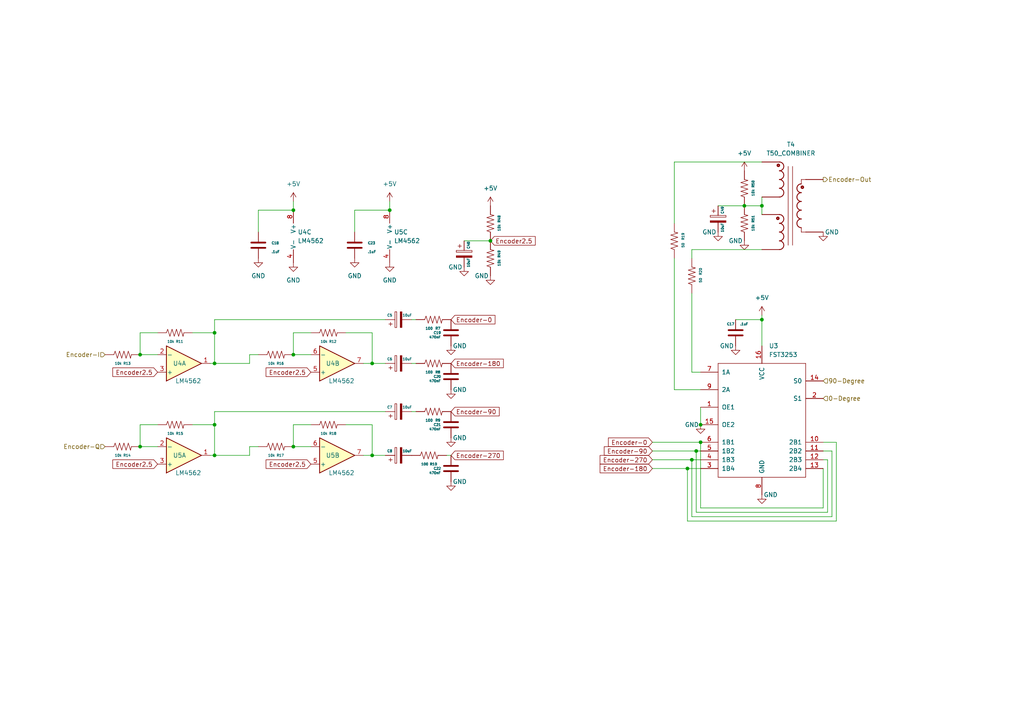
<source format=kicad_sch>
(kicad_sch (version 20230121) (generator eeschema)
  (paper "A4")
  (lib_symbols
    (symbol "Amplifier_Operational:LM358" (pin_names (offset 0.127))
      (property "Reference" "U" (at 0 5.08 0))
      (property "Value" "LM358" (at 0 -5.08 0))
      (symbol "LM358_1_1"
        (polyline (pts (xy -5.08 5.08) (xy 5.08 0) (xy -5.08 -5.08) (xy -5.08 5.08)) (stroke (width 0.254)) (fill (type background)))
        (pin output line (at 7.62 0 180) (length 2.54) (name "~") (number "1"))
        (pin input line (at -7.62 -2.54 0) (length 2.54) (name "-") (number "2"))
        (pin input line (at -7.62 2.54 0) (length 2.54) (name "+") (number "3"))
      )
      (symbol "LM358_2_1"
        (polyline (pts (xy -5.08 5.08) (xy 5.08 0) (xy -5.08 -5.08) (xy -5.08 5.08)) (stroke (width 0.254)) (fill (type background)))
        (pin input line (at -7.62 2.54 0) (length 2.54) (name "+") (number "5"))
        (pin input line (at -7.62 -2.54 0) (length 2.54) (name "-") (number "6"))
        (pin output line (at 7.62 0 180) (length 2.54) (name "~") (number "7"))
      )
      (symbol "LM358_3_1"
        (pin power_in line (at -2.54 -7.62 90) (length 3.81) (name "V-") (number "4"))
        (pin power_in line (at -2.54 7.62 270) (length 3.81) (name "V+") (number "8"))
      )
    )
    (symbol "Xenir:Cap_Polarized" (pin_names (offset 1.016))
      (property "Reference" "C" (at 0 -5.715 0))
      (property "Value" "Cap_Polarized" (at 0 1.27 0))
      (symbol "Cap_Polarized_1_1"
        (rectangle (start -0.508 -4.826) (end -1.016 -0.254))
        (polyline (pts (xy -2.794 -3.81) (xy -1.778 -3.81)))
        (polyline (pts (xy -2.286 -4.318) (xy -2.286 -3.302)))
        (rectangle (start 0.508 -0.254) (end 1.016 -4.826) (fill (type outline)))
        (pin passive line (at -3.81 -2.54 0) (length 2.794) (name "~") (number "1"))
        (pin passive line (at 3.81 -2.54 180) (length 2.794) (name "~") (number "2"))
      )
    )
    (symbol "Xenir:Capacitor" (pin_names (offset 1.016))
      (property "Reference" "C" (at 0 3.175 0))
      (property "Value" "Capacitor" (at 0 -3.175 0))
      (symbol "Capacitor_1_1"
        (polyline (pts (xy -0.762 -2.032) (xy -0.762 2.032)) (stroke (width 0.508)))
        (polyline (pts (xy 0.762 -2.032) (xy 0.762 2.032)) (stroke (width 0.508)))
        (pin passive line (at -3.81 0 0) (length 2.794) (name "~") (number "1"))
        (pin passive line (at 3.81 0 180) (length 2.794) (name "~") (number "2"))
      )
    )
    (symbol "Xenir:FST3253" (pin_names (offset 1.016))
      (property "Reference" "U" (at -2.54 -15.24 0))
      (property "Value" "FST3253" (at -11.43 -33.02 0))
      (symbol "FST3253_1_1"
        (polyline (pts (xy -24.13 -16.51) (xy -24.13 -49.53)))
        (polyline (pts (xy -24.13 -16.51) (xy 1.27 -16.51)))
        (polyline (pts (xy 1.27 -49.53) (xy -24.13 -49.53)))
        (polyline (pts (xy 1.27 -49.53) (xy 1.27 -16.51)))
        (pin bidirectional line (at -29.21 -29.21 0) (length 5.08) (name "OE1") (number "1"))
        (pin output line (at 6.35 -39.37 180) (length 5.08) (name "2B1") (number "10"))
        (pin output line (at 6.35 -41.91 180) (length 5.08) (name "2B2") (number "11"))
        (pin input line (at 6.35 -44.45 180) (length 5.08) (name "2B3") (number "12"))
        (pin input line (at 6.35 -46.99 180) (length 5.08) (name "2B4") (number "13"))
        (pin bidirectional line (at 6.35 -21.59 180) (length 5.08) (name "S0") (number "14"))
        (pin bidirectional line (at -29.21 -34.29 0) (length 5.08) (name "OE2") (number "15"))
        (pin bidirectional line (at -11.43 -11.43 270) (length 5.08) (name "VCC") (number "16"))
        (pin bidirectional line (at 6.35 -26.67 180) (length 5.08) (name "S1") (number "2"))
        (pin output line (at -29.21 -46.99 0) (length 5.08) (name "1B4") (number "3"))
        (pin output line (at -29.21 -44.45 0) (length 5.08) (name "1B3") (number "4"))
        (pin input line (at -29.21 -41.91 0) (length 5.08) (name "1B2") (number "5"))
        (pin input line (at -29.21 -39.37 0) (length 5.08) (name "1B1") (number "6"))
        (pin bidirectional line (at -29.21 -19.05 0) (length 5.08) (name "1A") (number "7"))
        (pin bidirectional line (at -11.43 -54.61 90) (length 5.08) (name "GND") (number "8"))
        (pin bidirectional line (at -29.21 -24.13 0) (length 5.08) (name "2A") (number "9"))
      )
    )
    (symbol "Xenir:Resistor" (pin_names (offset 1.016))
      (property "Reference" "R" (at 0 1.905 0))
      (property "Value" "Resistor" (at 0 -1.905 0))
      (symbol "Resistor_1_1"
        (polyline (pts (xy -2.54 0) (xy -2.159 1.016)))
        (polyline (pts (xy -2.159 1.016) (xy -1.524 -1.016)))
        (polyline (pts (xy -1.524 -1.016) (xy -0.889 1.016)))
        (polyline (pts (xy -0.889 1.016) (xy -0.254 -1.016)))
        (polyline (pts (xy -0.254 -1.016) (xy 0.381 1.016)))
        (polyline (pts (xy 0.381 1.016) (xy 1.016 -1.016)))
        (polyline (pts (xy 1.016 -1.016) (xy 1.651 1.016)))
        (polyline (pts (xy 1.651 1.016) (xy 2.286 -1.016)))
        (polyline (pts (xy 2.286 -1.016) (xy 2.54 0)))
        (pin passive line (at -5.08 0 0) (length 2.54) (name "1") (number "1"))
        (pin passive line (at 5.08 0 180) (length 2.54) (name "2") (number "2"))
      )
    )
    (symbol "Xenir:T50_SPLITTER" (pin_names (offset 1.016))
      (property "Reference" "T" (at 0 -31.75 0))
      (property "Value" "T50_SPLITTER" (at 0 -2.54 0))
      (symbol "T50_SPLITTER_1_1"
        (circle (center -2.8448 -12.3952) (radius 0.3048) (stroke (width 0.4064)))
        (arc (start -2.54 -24.13) (mid -1.2755 -22.86) (end -2.54 -21.59) (stroke (width 0.254)))
        (arc (start -2.54 -21.59) (mid -1.2755 -20.32) (end -2.54 -19.05) (stroke (width 0.254)))
        (arc (start -2.54 -19.05) (mid -1.2755 -17.78) (end -2.54 -16.51) (stroke (width 0.254)))
        (arc (start -2.54 -16.51) (mid -1.2755 -15.24) (end -2.54 -13.97) (stroke (width 0.254)))
        (arc (start -2.54 -13.97) (mid -1.2755 -12.7) (end -2.54 -11.43) (stroke (width 0.254)))
        (polyline (pts (xy -3.81 -25.4) (xy -2.54 -25.4)))
        (polyline (pts (xy -2.54 -25.4) (xy -2.54 -24.13)))
        (polyline (pts (xy -2.54 -11.43) (xy -2.54 -10.16)))
        (polyline (pts (xy -2.54 -10.16) (xy -3.81 -10.16)))
        (polyline (pts (xy 0 -6.35) (xy 0 -29.21)))
        (polyline (pts (xy 1.27 -29.21) (xy 1.27 -6.35)))
        (arc (start 3.81 -27.94) (mid 2.5455 -29.21) (end 3.81 -30.48) (stroke (width 0.254)))
        (arc (start 3.81 -25.4) (mid 2.5455 -26.67) (end 3.81 -27.94) (stroke (width 0.254)))
        (arc (start 3.81 -22.86) (mid 2.5455 -24.13) (end 3.81 -25.4) (stroke (width 0.254)))
        (arc (start 3.81 -20.32) (mid 2.5455 -21.59) (end 3.81 -22.86) (stroke (width 0.254)))
        (arc (start 3.81 -12.7) (mid 2.5455 -13.97) (end 3.81 -15.24) (stroke (width 0.254)))
        (arc (start 3.81 -10.16) (mid 2.5455 -11.43) (end 3.81 -12.7) (stroke (width 0.254)))
        (arc (start 3.81 -7.62) (mid 2.5455 -8.89) (end 3.81 -10.16) (stroke (width 0.254)))
        (arc (start 3.81 -5.08) (mid 2.5455 -6.35) (end 3.81 -7.62) (stroke (width 0.254)))
        (circle (center 4.1148 -6.0452) (radius 0.3048) (stroke (width 0.4064)))
        (circle (center 4.2672 -21.4122) (radius 0.3048) (stroke (width 0.4064)))
        (pin bidirectional line (at -8.89 -25.4 0) (length 5.08) (name "C1A") (number "C1A"))
        (pin bidirectional line (at -8.89 -10.16 0) (length 5.08) (name "C1B") (number "C1B"))
        (pin bidirectional line (at 8.89 -15.24 180) (length 5.08) (name "C2A") (number "C2A"))
        (pin bidirectional line (at 8.89 -5.08 180) (length 5.08) (name "C2B") (number "C2B"))
        (pin bidirectional line (at 8.89 -30.48 180) (length 5.08) (name "C3A") (number "C3A"))
        (pin bidirectional line (at 8.89 -20.32 180) (length 5.08) (name "C3B") (number "C3B"))
      )
    )
    (symbol "power:+5V" (power) (pin_names (offset 0))
      (property "Value" "+5V" (at 0 3.556 0))
      (symbol "+5V_0_1"
        (polyline (pts (xy -0.762 1.27) (xy 0 2.54)))
        (polyline (pts (xy 0 0) (xy 0 2.54)))
        (polyline (pts (xy 0 2.54) (xy 0.762 1.27)))
      )
      (symbol "+5V_1_1"
        (pin power_in line (at 0 0 90) (length 0) hide (name "+5V") (number "1"))
      )
    )
    (symbol "power:GND" (power) (pin_names (offset 0))
      (property "Value" "GND" (at 0 -3.81 0))
      (symbol "GND_0_1"
        (polyline (pts (xy 0 0) (xy 0 -1.27) (xy 1.27 -1.27) (xy 0 -2.54) (xy -1.27 -1.27) (xy 0 -1.27)))
      )
      (symbol "GND_1_1"
        (pin power_in line (at 0 0 270) (length 0) hide (name "GND") (number "1"))
      )
    )
  )
  (junction (at 220.98 59.69))
  (junction (at 142.24 69.85))
  (junction (at 199.39 135.89))
  (junction (at 201.93 130.81))
  (junction (at 85.09 129.54))
  (junction (at 220.98 92.71))
  (junction (at 203.2 123.19))
  (junction (at 62.23 123.19))
  (junction (at 200.66 133.35))
  (junction (at 203.2 128.27))
  (junction (at 40.64 129.54))
  (junction (at 62.23 105.41))
  (junction (at 107.95 105.41))
  (junction (at 62.23 132.08))
  (junction (at 107.95 132.08))
  (junction (at 215.9 59.69))
  (junction (at 85.09 102.87))
  (junction (at 62.23 96.52))
  (junction (at 113.03 60.96))
  (junction (at 40.64 102.87))
  (junction (at 85.09 60.96))
  (wire (pts (xy 107.95 105.41) (xy 107.95 96.52)))
  (wire (pts (xy 208.28 59.69) (xy 215.9 59.69)))
  (wire (pts (xy 203.2 118.11) (xy 203.2 123.19)))
  (wire (pts (xy 85.09 129.54) (xy 90.17 129.54)))
  (wire (pts (xy 102.87 67.31) (xy 102.87 60.96)))
  (wire (pts (xy 189.23 128.27) (xy 203.2 128.27)))
  (wire (pts (xy 134.62 69.85) (xy 142.24 69.85)))
  (wire (pts (xy 85.09 96.52) (xy 85.09 102.87)))
  (wire (pts (xy 220.98 59.69) (xy 220.98 62.23)))
  (wire (pts (xy 200.66 149.86) (xy 200.66 133.35)))
  (wire (pts (xy 85.09 96.52) (xy 90.17 96.52)))
  (wire (pts (xy 100.33 96.52) (xy 107.95 96.52)))
  (wire (pts (xy 203.2 128.27) (xy 203.2 147.32)))
  (wire (pts (xy 62.23 92.71) (xy 62.23 96.52)))
  (wire (pts (xy 62.23 132.08) (xy 60.96 132.08)))
  (wire (pts (xy 72.39 132.08) (xy 72.39 129.54)))
  (wire (pts (xy 200.66 72.39) (xy 220.98 72.39)))
  (wire (pts (xy 72.39 105.41) (xy 72.39 102.87)))
  (wire (pts (xy 203.2 107.95) (xy 200.66 107.95)))
  (wire (pts (xy 45.72 123.19) (xy 40.64 123.19)))
  (wire (pts (xy 189.23 130.81) (xy 201.93 130.81)))
  (wire (pts (xy 85.09 58.42) (xy 85.09 60.96)))
  (wire (pts (xy 40.64 96.52) (xy 40.64 102.87)))
  (wire (pts (xy 111.76 92.71) (xy 62.23 92.71)))
  (wire (pts (xy 238.76 135.89) (xy 238.76 147.32)))
  (wire (pts (xy 199.39 135.89) (xy 203.2 135.89)))
  (wire (pts (xy 85.09 123.19) (xy 90.17 123.19)))
  (wire (pts (xy 55.88 96.52) (xy 62.23 96.52)))
  (wire (pts (xy 119.38 105.41) (xy 120.65 105.41)))
  (wire (pts (xy 107.95 132.08) (xy 111.76 132.08)))
  (wire (pts (xy 203.2 113.03) (xy 195.58 113.03)))
  (wire (pts (xy 40.64 123.19) (xy 40.64 129.54)))
  (wire (pts (xy 120.65 119.38) (xy 119.38 119.38)))
  (wire (pts (xy 220.98 91.44) (xy 220.98 92.71)))
  (wire (pts (xy 40.64 129.54) (xy 45.72 129.54)))
  (wire (pts (xy 72.39 105.41) (xy 62.23 105.41)))
  (wire (pts (xy 62.23 105.41) (xy 60.96 105.41)))
  (wire (pts (xy 200.66 107.95) (xy 200.66 85.09)))
  (wire (pts (xy 201.93 130.81) (xy 203.2 130.81)))
  (wire (pts (xy 129.54 132.08) (xy 130.81 132.08)))
  (wire (pts (xy 238.76 128.27) (xy 242.57 128.27)))
  (wire (pts (xy 74.93 60.96) (xy 85.09 60.96)))
  (wire (pts (xy 189.23 135.89) (xy 199.39 135.89)))
  (wire (pts (xy 107.95 105.41) (xy 105.41 105.41)))
  (wire (pts (xy 107.95 132.08) (xy 105.41 132.08)))
  (wire (pts (xy 62.23 96.52) (xy 62.23 105.41)))
  (wire (pts (xy 195.58 64.77) (xy 195.58 46.99)))
  (wire (pts (xy 85.09 123.19) (xy 85.09 129.54)))
  (wire (pts (xy 242.57 151.13) (xy 199.39 151.13)))
  (wire (pts (xy 220.98 92.71) (xy 220.98 100.33)))
  (wire (pts (xy 55.88 123.19) (xy 62.23 123.19)))
  (wire (pts (xy 189.23 133.35) (xy 200.66 133.35)))
  (wire (pts (xy 213.36 92.71) (xy 220.98 92.71)))
  (wire (pts (xy 220.98 57.15) (xy 220.98 59.69)))
  (wire (pts (xy 201.93 148.59) (xy 201.93 130.81)))
  (wire (pts (xy 238.76 130.81) (xy 241.3 130.81)))
  (wire (pts (xy 62.23 119.38) (xy 62.23 123.19)))
  (wire (pts (xy 220.98 59.69) (xy 215.9 59.69)))
  (wire (pts (xy 200.66 74.93) (xy 200.66 72.39)))
  (wire (pts (xy 238.76 133.35) (xy 240.03 133.35)))
  (wire (pts (xy 199.39 151.13) (xy 199.39 135.89)))
  (wire (pts (xy 120.65 92.71) (xy 119.38 92.71)))
  (wire (pts (xy 238.76 147.32) (xy 203.2 147.32)))
  (wire (pts (xy 107.95 132.08) (xy 107.95 123.19)))
  (wire (pts (xy 100.33 123.19) (xy 107.95 123.19)))
  (wire (pts (xy 195.58 113.03) (xy 195.58 74.93)))
  (wire (pts (xy 111.76 119.38) (xy 62.23 119.38)))
  (wire (pts (xy 62.23 123.19) (xy 62.23 132.08)))
  (wire (pts (xy 240.03 133.35) (xy 240.03 148.59)))
  (wire (pts (xy 40.64 102.87) (xy 45.72 102.87)))
  (wire (pts (xy 242.57 128.27) (xy 242.57 151.13)))
  (wire (pts (xy 200.66 133.35) (xy 203.2 133.35)))
  (wire (pts (xy 195.58 46.99) (xy 220.98 46.99)))
  (wire (pts (xy 241.3 130.81) (xy 241.3 149.86)))
  (wire (pts (xy 102.87 60.96) (xy 113.03 60.96)))
  (wire (pts (xy 240.03 148.59) (xy 201.93 148.59)))
  (wire (pts (xy 72.39 102.87) (xy 74.93 102.87)))
  (wire (pts (xy 241.3 149.86) (xy 200.66 149.86)))
  (wire (pts (xy 45.72 96.52) (xy 40.64 96.52)))
  (wire (pts (xy 74.93 67.31) (xy 74.93 60.96)))
  (wire (pts (xy 72.39 129.54) (xy 74.93 129.54)))
  (wire (pts (xy 85.09 102.87) (xy 90.17 102.87)))
  (wire (pts (xy 72.39 132.08) (xy 62.23 132.08)))
  (wire (pts (xy 113.03 58.42) (xy 113.03 60.96)))
  (wire (pts (xy 107.95 105.41) (xy 111.76 105.41)))
  (global_label "Encoder-0" (shape input) (at 189.23 128.27 180) (property "Intersheetrefs" "${INTERSHEET_REFS}" (effects hide)))
  (global_label "Encoder-180" (shape input) (at 130.81 105.41 0) (property "Intersheetrefs" "${INTERSHEET_REFS}" (effects hide)))
  (global_label "Encoder-90" (shape input) (at 189.23 130.81 180) (property "Intersheetrefs" "${INTERSHEET_REFS}" (effects hide)))
  (global_label "Encoder-270" (shape input) (at 130.81 132.08 0) (property "Intersheetrefs" "${INTERSHEET_REFS}" (effects hide)))
  (global_label "Encoder-180" (shape input) (at 189.23 135.89 180) (property "Intersheetrefs" "${INTERSHEET_REFS}" (effects hide)))
  (global_label "Encoder-0" (shape input) (at 130.81 92.71 0) (property "Intersheetrefs" "${INTERSHEET_REFS}" (effects hide)))
  (global_label "Encoder2.5" (shape input) (at 45.72 107.95 180) (property "Intersheetrefs" "${INTERSHEET_REFS}" (effects hide)))
  (global_label "Encoder2.5" (shape input) (at 142.24 69.85 0) (property "Intersheetrefs" "${INTERSHEET_REFS}" (effects hide)))
  (global_label "Encoder2.5" (shape input) (at 90.17 134.62 180) (property "Intersheetrefs" "${INTERSHEET_REFS}" (effects hide)))
  (global_label "Encoder-270" (shape input) (at 189.23 133.35 180) (property "Intersheetrefs" "${INTERSHEET_REFS}" (effects hide)))
  (global_label "Encoder2.5" (shape input) (at 90.17 107.95 180) (property "Intersheetrefs" "${INTERSHEET_REFS}" (effects hide)))
  (global_label "Encoder2.5" (shape input) (at 45.72 134.62 180) (property "Intersheetrefs" "${INTERSHEET_REFS}" (effects hide)))
  (global_label "Encoder-90" (shape input) (at 130.81 119.38 0) (property "Intersheetrefs" "${INTERSHEET_REFS}" (effects hide)))
  (hierarchical_label "Encoder-Out" (shape output) (at 238.76 52.07 0))
  (hierarchical_label "Encoder-I" (shape input) (at 30.48 102.87 180))
  (hierarchical_label "90-Degree" (shape input) (at 238.76 110.49 0))
  (hierarchical_label "0-Degree" (shape input) (at 238.76 115.57 0))
  (hierarchical_label "Encoder-Q" (shape input) (at 30.48 129.54 180))
  (symbol (lib_id "power:+5V") (at 142.24 59.69 0) (unit 1)
    (property "Reference" "#PWR0204" (effects hide))
    (property "Value" "+5V" (at 142.24 54.61 0))
  )
  (symbol (lib_id "power:GND") (at 213.36 100.33 0) (unit 1)
    (property "Reference" "#PWR0123" (effects hide))
    (property "Value" "GND" (at 210.82 100.33 0))
  )
  (symbol (lib_id "Xenir:Resistor") (at 50.8 123.19 0) (unit 1)
    (property "Reference" "R15" (at 52.07 125.73 0) (effects (font (size 0.7112 0.7112))))
    (property "Value" "10k" (at 49.53 125.73 0) (effects (font (size 0.7112 0.7112))))
    (property "Footprint" "Resistor_SMD:R_0805_2012Metric" (effects hide))
  )
  (symbol (lib_id "Xenir:Resistor") (at 215.9 64.77 90) (unit 1)
    (property "Reference" "R51" (at 218.44 63.5 0) (effects (font (size 0.7112 0.7112))))
    (property "Value" "10k" (at 218.44 66.04 0) (effects (font (size 0.7112 0.7112))))
    (property "Footprint" "Resistor_SMD:R_0805_2012Metric" (effects hide))
  )
  (symbol (lib_id "Xenir:Cap_Polarized") (at 115.57 90.17 0) (unit 1)
    (property "Reference" "C5" (at 113.03 91.44 0) (effects (font (size 0.7112 0.7112))))
    (property "Value" "10uF" (at 118.11 91.44 0) (effects (font (size 0.7112 0.7112))))
    (property "Footprint" "Capacitor_SMD:CP_Elec_4x4.5" (effects hide))
  )
  (symbol (lib_id "Xenir:Cap_Polarized") (at 137.16 73.66 270) (unit 1)
    (property "Reference" "C48" (at 135.89 71.12 0) (effects (font (size 0.7112 0.7112))))
    (property "Value" "10uF" (at 135.89 76.2 0) (effects (font (size 0.7112 0.7112))))
    (property "Footprint" "Capacitor_SMD:CP_Elec_4x4.5" (effects hide))
  )
  (symbol (lib_id "Xenir:Resistor") (at 125.73 92.71 0) (unit 1)
    (property "Reference" "R7" (at 127 95.25 0) (effects (font (size 0.7112 0.7112))))
    (property "Value" "100" (at 124.46 95.25 0) (effects (font (size 0.7112 0.7112))))
    (property "Footprint" "Resistor_SMD:R_0805_2012Metric" (effects hide))
  )
  (symbol (lib_id "Xenir:FST3253") (at 232.41 88.9 0) (unit 1)
    (property "Reference" "U3" (at 222.9994 100.33 0) (effects (justify left)))
    (property "Value" "FST3253" (at 222.9994 102.87 0) (effects (justify left)))
    (property "Footprint" "Xenir:SO16" (effects hide))
  )
  (symbol (lib_id "Xenir:T50_SPLITTER") (at 229.87 41.91 0) (mirror y) (unit 1)
    (property "Reference" "T4" (at 229.3874 41.91 0))
    (property "Value" "T50_COMBINER" (at 229.3874 44.45 0))
    (property "Footprint" "Xenir:T50 Trifilar" (effects hide))
  )
  (symbol (lib_id "Xenir:Capacitor") (at 102.87 71.12 90) (unit 1)
    (property "Reference" "C23" (at 106.68 70.485 90) (effects (font (size 0.7112 0.7112)) (justify right)))
    (property "Value" ".1uF" (at 106.68 73.025 90) (effects (font (size 0.7112 0.7112)) (justify right)))
    (property "Footprint" "Capacitor_SMD:C_1206_3216Metric" (effects hide))
  )
  (symbol (lib_id "power:+5V") (at 113.03 58.42 0) (unit 1)
    (property "Reference" "#PWR0133" (effects hide))
    (property "Value" "+5V" (at 113.03 53.34 0))
  )
  (symbol (lib_id "Xenir:Cap_Polarized") (at 115.57 129.54 0) (unit 1)
    (property "Reference" "C8" (at 113.03 130.81 0) (effects (font (size 0.7112 0.7112))))
    (property "Value" "10uF" (at 118.11 130.81 0) (effects (font (size 0.7112 0.7112))))
    (property "Footprint" "Capacitor_SMD:CP_Elec_4x4.5" (effects hide))
  )
  (symbol (lib_id "power:GND") (at 203.2 123.19 0) (unit 1)
    (property "Reference" "#PWR0119" (effects hide))
    (property "Value" "GND" (at 200.66 123.19 0))
  )
  (symbol (lib_id "Xenir:Capacitor") (at 130.81 109.22 90) (unit 1)
    (property "Reference" "C20" (at 125.73 109.22 90) (effects (font (size 0.7112 0.7112)) (justify right)))
    (property "Value" "470nF" (at 124.46 110.49 90) (effects (font (size 0.7112 0.7112)) (justify right)))
    (property "Footprint" "Capacitor_SMD:C_1206_3216Metric" (effects hide))
  )
  (symbol (lib_id "Amplifier_Operational:LM358") (at 53.34 132.08 0) (mirror x) (unit 1)
    (property "Reference" "U5" (at 52.07 132.08 0))
    (property "Value" "LM4562" (at 54.61 137.16 0))
    (property "Footprint" "Xenir:SO08" (effects hide))
    (property "Datasheet" "http://www.ti.com/lit/ds/symlink/lm2904-n.pdf" (effects hide))
  )
  (symbol (lib_id "Xenir:Resistor") (at 142.24 64.77 90) (unit 1)
    (property "Reference" "R48" (at 144.78 63.5 0) (effects (font (size 0.7112 0.7112))))
    (property "Value" "10k" (at 144.78 66.04 0) (effects (font (size 0.7112 0.7112))))
    (property "Footprint" "Resistor_SMD:R_0805_2012Metric" (effects hide))
  )
  (symbol (lib_id "Xenir:Resistor") (at 95.25 96.52 0) (unit 1)
    (property "Reference" "R12" (at 96.52 99.06 0) (effects (font (size 0.7112 0.7112))))
    (property "Value" "10k" (at 93.98 99.06 0) (effects (font (size 0.7112 0.7112))))
    (property "Footprint" "Resistor_SMD:R_0805_2012Metric" (effects hide))
  )
  (symbol (lib_id "Xenir:Capacitor") (at 130.81 135.89 90) (unit 1)
    (property "Reference" "C22" (at 125.73 135.89 90) (effects (font (size 0.7112 0.7112)) (justify right)))
    (property "Value" "470nF" (at 124.46 137.16 90) (effects (font (size 0.7112 0.7112)) (justify right)))
    (property "Footprint" "Capacitor_SMD:C_1206_3216Metric" (effects hide))
  )
  (symbol (lib_id "power:GND") (at 130.81 139.7 0) (unit 1)
    (property "Reference" "#PWR0128" (effects hide))
    (property "Value" "GND" (at 133.35 139.7 0))
  )
  (symbol (lib_id "power:GND") (at 220.98 143.51 0) (unit 1)
    (property "Reference" "#PWR0122" (effects hide))
    (property "Value" "GND" (at 223.52 143.51 0))
  )
  (symbol (lib_id "power:GND") (at 74.93 74.93 0) (unit 1)
    (property "Reference" "#PWR0124" (effects hide))
    (property "Value" "GND" (at 74.93 80.01 0))
  )
  (symbol (lib_id "Xenir:Resistor") (at 35.56 102.87 0) (unit 1)
    (property "Reference" "R13" (at 36.83 105.41 0) (effects (font (size 0.7112 0.7112))))
    (property "Value" "10k" (at 34.29 105.41 0) (effects (font (size 0.7112 0.7112))))
    (property "Footprint" "Resistor_SMD:R_0805_2012Metric" (effects hide))
  )
  (symbol (lib_id "Xenir:Resistor") (at 142.24 74.93 90) (unit 1)
    (property "Reference" "R49" (at 144.78 73.66 0) (effects (font (size 0.7112 0.7112))))
    (property "Value" "10k" (at 144.78 76.2 0) (effects (font (size 0.7112 0.7112))))
    (property "Footprint" "Resistor_SMD:R_0805_2012Metric" (effects hide))
  )
  (symbol (lib_id "power:+5V") (at 215.9 49.53 0) (unit 1)
    (property "Reference" "#PWR0135" (effects hide))
    (property "Value" "+5V" (at 215.9 44.45 0))
  )
  (symbol (lib_id "power:+5V") (at 85.09 58.42 0) (unit 1)
    (property "Reference" "#PWR0126" (effects hide))
    (property "Value" "+5V" (at 85.09 53.34 0))
  )
  (symbol (lib_id "power:+5V") (at 220.98 91.44 0) (unit 1)
    (property "Reference" "#PWR0118" (effects hide))
    (property "Value" "+5V" (at 220.98 86.36 0))
  )
  (symbol (lib_id "power:GND") (at 85.09 76.2 0) (unit 1)
    (property "Reference" "#PWR0125" (effects hide))
    (property "Value" "GND" (at 85.09 81.28 0))
  )
  (symbol (lib_id "Xenir:Capacitor") (at 130.81 96.52 90) (unit 1)
    (property "Reference" "C19" (at 125.73 96.52 90) (effects (font (size 0.7112 0.7112)) (justify right)))
    (property "Value" "470nF" (at 124.46 97.79 90) (effects (font (size 0.7112 0.7112)) (justify right)))
    (property "Footprint" "Capacitor_SMD:C_1206_3216Metric" (effects hide))
  )
  (symbol (lib_id "Xenir:Resistor") (at 35.56 129.54 0) (unit 1)
    (property "Reference" "R14" (at 36.83 132.08 0) (effects (font (size 0.7112 0.7112))))
    (property "Value" "10k" (at 34.29 132.08 0) (effects (font (size 0.7112 0.7112))))
    (property "Footprint" "Resistor_SMD:R_0805_2012Metric" (effects hide))
  )
  (symbol (lib_id "power:GND") (at 130.81 100.33 0) (unit 1)
    (property "Reference" "#PWR0127" (effects hide))
    (property "Value" "GND" (at 133.35 100.33 0))
  )
  (symbol (lib_id "power:GND") (at 215.9 69.85 0) (unit 1)
    (property "Reference" "#PWR0121" (effects hide))
    (property "Value" "GND" (at 213.36 69.85 0))
  )
  (symbol (lib_id "Xenir:Capacitor") (at 130.81 123.19 90) (unit 1)
    (property "Reference" "C21" (at 125.73 123.19 90) (effects (font (size 0.7112 0.7112)) (justify right)))
    (property "Value" "470nF" (at 124.46 124.46 90) (effects (font (size 0.7112 0.7112)) (justify right)))
    (property "Footprint" "Capacitor_SMD:C_1206_3216Metric" (effects hide))
  )
  (symbol (lib_id "power:GND") (at 130.81 127 0) (unit 1)
    (property "Reference" "#PWR0130" (effects hide))
    (property "Value" "GND" (at 133.35 127 0))
  )
  (symbol (lib_id "Amplifier_Operational:LM358") (at 97.79 132.08 0) (mirror x) (unit 2)
    (property "Reference" "U5" (at 96.52 132.08 0))
    (property "Value" "LM4562" (at 99.06 137.16 0))
    (property "Footprint" "Xenir:SO08" (effects hide))
    (property "Datasheet" "http://www.ti.com/lit/ds/symlink/lm2904-n.pdf" (effects hide))
  )
  (symbol (lib_id "power:GND") (at 142.24 80.01 0) (unit 1)
    (property "Reference" "#PWR0137" (effects hide))
    (property "Value" "GND" (at 139.7 80.01 0))
  )
  (symbol (lib_id "Xenir:Resistor") (at 124.46 132.08 0) (unit 1)
    (property "Reference" "R10" (at 125.73 134.62 0) (effects (font (size 0.7112 0.7112))))
    (property "Value" "100" (at 123.19 134.62 0) (effects (font (size 0.7112 0.7112))))
    (property "Footprint" "Resistor_SMD:R_0805_2012Metric" (effects hide))
  )
  (symbol (lib_id "power:GND") (at 208.28 67.31 0) (unit 1)
    (property "Reference" "#PWR0134" (effects hide))
    (property "Value" "GND" (at 205.74 67.31 0))
  )
  (symbol (lib_id "Xenir:Resistor") (at 125.73 119.38 0) (unit 1)
    (property "Reference" "R9" (at 127 121.92 0) (effects (font (size 0.7112 0.7112))))
    (property "Value" "100" (at 124.46 121.92 0) (effects (font (size 0.7112 0.7112))))
    (property "Footprint" "Resistor_SMD:R_0805_2012Metric" (effects hide))
  )
  (symbol (lib_id "Xenir:Resistor") (at 80.01 129.54 0) (unit 1)
    (property "Reference" "R17" (at 81.28 132.08 0) (effects (font (size 0.7112 0.7112))))
    (property "Value" "10k" (at 78.74 132.08 0) (effects (font (size 0.7112 0.7112))))
    (property "Footprint" "Resistor_SMD:R_0805_2012Metric" (effects hide))
  )
  (symbol (lib_id "Xenir:Cap_Polarized") (at 210.82 63.5 270) (unit 1)
    (property "Reference" "C49" (at 209.55 60.96 0) (effects (font (size 0.7112 0.7112))))
    (property "Value" "10uF" (at 209.55 66.04 0) (effects (font (size 0.7112 0.7112))))
    (property "Footprint" "Capacitor_SMD:CP_Elec_4x4.5" (effects hide))
  )
  (symbol (lib_id "Xenir:Resistor") (at 125.73 105.41 0) (unit 1)
    (property "Reference" "R8" (at 127 107.95 0) (effects (font (size 0.7112 0.7112))))
    (property "Value" "100" (at 124.46 107.95 0) (effects (font (size 0.7112 0.7112))))
    (property "Footprint" "Resistor_SMD:R_0805_2012Metric" (effects hide))
  )
  (symbol (lib_id "Xenir:Capacitor") (at 213.36 96.52 90) (unit 1)
    (property "Reference" "C17" (at 210.82 93.98 90) (effects (font (size 0.7112 0.7112)) (justify right)))
    (property "Value" ".1uF" (at 214.63 93.98 90) (effects (font (size 0.7112 0.7112)) (justify right)))
    (property "Footprint" "Capacitor_SMD:C_1206_3216Metric" (effects hide))
  )
  (symbol (lib_id "Xenir:Cap_Polarized") (at 115.57 116.84 0) (unit 1)
    (property "Reference" "C7" (at 113.03 118.11 0) (effects (font (size 0.7112 0.7112))))
    (property "Value" "10uF" (at 118.11 118.11 0) (effects (font (size 0.7112 0.7112))))
    (property "Footprint" "Capacitor_SMD:CP_Elec_4x4.5" (effects hide))
  )
  (symbol (lib_id "Xenir:Capacitor") (at 74.93 71.12 90) (unit 1)
    (property "Reference" "C18" (at 78.74 70.485 90) (effects (font (size 0.7112 0.7112)) (justify right)))
    (property "Value" ".1uF" (at 78.74 73.025 90) (effects (font (size 0.7112 0.7112)) (justify right)))
    (property "Footprint" "Capacitor_SMD:C_1206_3216Metric" (effects hide))
  )
  (symbol (lib_id "Xenir:Resistor") (at 200.66 80.01 90) (unit 1)
    (property "Reference" "R20" (at 203.2 78.74 0) (effects (font (size 0.7112 0.7112))))
    (property "Value" "50" (at 203.2 81.28 0) (effects (font (size 0.7112 0.7112))))
    (property "Footprint" "Resistor_SMD:R_0805_2012Metric" (effects hide))
  )
  (symbol (lib_id "Amplifier_Operational:LM358") (at 87.63 68.58 0) (unit 3)
    (property "Reference" "U4" (at 86.36 67.3099 0) (effects (justify left)))
    (property "Value" "LM4562" (at 86.36 69.8499 0) (effects (justify left)))
    (property "Footprint" "Xenir:SO08" (effects hide))
    (property "Datasheet" "http://www.ti.com/lit/ds/symlink/lm2904-n.pdf" (effects hide))
  )
  (symbol (lib_id "power:GND") (at 134.62 77.47 0) (unit 1)
    (property "Reference" "#PWR0136" (effects hide))
    (property "Value" "GND" (at 132.08 77.47 0))
  )
  (symbol (lib_id "Xenir:Resistor") (at 50.8 96.52 0) (unit 1)
    (property "Reference" "R11" (at 52.07 99.06 0) (effects (font (size 0.7112 0.7112))))
    (property "Value" "10k" (at 49.53 99.06 0) (effects (font (size 0.7112 0.7112))))
    (property "Footprint" "Resistor_SMD:R_0805_2012Metric" (effects hide))
  )
  (symbol (lib_id "power:GND") (at 102.87 74.93 0) (unit 1)
    (property "Reference" "#PWR0131" (effects hide))
    (property "Value" "GND" (at 102.87 80.01 0))
  )
  (symbol (lib_id "Xenir:Resistor") (at 95.25 123.19 0) (unit 1)
    (property "Reference" "R18" (at 96.52 125.73 0) (effects (font (size 0.7112 0.7112))))
    (property "Value" "10k" (at 93.98 125.73 0) (effects (font (size 0.7112 0.7112))))
    (property "Footprint" "Resistor_SMD:R_0805_2012Metric" (effects hide))
  )
  (symbol (lib_id "power:GND") (at 238.76 67.31 0) (mirror y) (unit 1)
    (property "Reference" "#PWR0120" (effects hide))
    (property "Value" "GND" (at 241.3 67.31 0))
  )
  (symbol (lib_id "power:GND") (at 113.03 76.2 0) (unit 1)
    (property "Reference" "#PWR0132" (effects hide))
    (property "Value" "GND" (at 113.03 81.28 0))
  )
  (symbol (lib_id "Amplifier_Operational:LM358") (at 53.34 105.41 0) (mirror x) (unit 1)
    (property "Reference" "U4" (at 52.07 105.41 0))
    (property "Value" "LM4562" (at 54.61 110.49 0))
    (property "Footprint" "Xenir:SO08" (effects hide))
    (property "Datasheet" "http://www.ti.com/lit/ds/symlink/lm2904-n.pdf" (effects hide))
  )
  (symbol (lib_id "Xenir:Resistor") (at 215.9 54.61 90) (unit 1)
    (property "Reference" "R50" (at 218.44 53.34 0) (effects (font (size 0.7112 0.7112))))
    (property "Value" "10k" (at 218.44 55.88 0) (effects (font (size 0.7112 0.7112))))
    (property "Footprint" "Resistor_SMD:R_0805_2012Metric" (effects hide))
  )
  (symbol (lib_id "power:GND") (at 130.81 113.03 0) (unit 1)
    (property "Reference" "#PWR0129" (effects hide))
    (property "Value" "GND" (at 133.35 113.03 0))
  )
  (symbol (lib_id "Xenir:Cap_Polarized") (at 115.57 102.87 0) (unit 1)
    (property "Reference" "C6" (at 113.03 104.14 0) (effects (font (size 0.7112 0.7112))))
    (property "Value" "10uF" (at 118.11 104.14 0) (effects (font (size 0.7112 0.7112))))
    (property "Footprint" "Capacitor_SMD:CP_Elec_4x4.5" (effects hide))
  )
  (symbol (lib_id "Xenir:Resistor") (at 195.58 69.85 90) (unit 1)
    (property "Reference" "R19" (at 198.12 68.58 0) (effects (font (size 0.7112 0.7112))))
    (property "Value" "50" (at 198.12 71.12 0) (effects (font (size 0.7112 0.7112))))
    (property "Footprint" "Resistor_SMD:R_0805_2012Metric" (effects hide))
  )
  (symbol (lib_id "Xenir:Resistor") (at 80.01 102.87 0) (unit 1)
    (property "Reference" "R16" (at 81.28 105.41 0) (effects (font (size 0.7112 0.7112))))
    (property "Value" "10k" (at 78.74 105.41 0) (effects (font (size 0.7112 0.7112))))
    (property "Footprint" "Resistor_SMD:R_0805_2012Metric" (effects hide))
  )
  (symbol (lib_id "Amplifier_Operational:LM358") (at 115.57 68.58 0) (unit 3)
    (property "Reference" "U5" (at 114.3 67.3099 0) (effects (justify left)))
    (property "Value" "LM4562" (at 114.3 69.8499 0) (effects (justify left)))
    (property "Footprint" "Xenir:SO08" (effects hide))
    (property "Datasheet" "http://www.ti.com/lit/ds/symlink/lm2904-n.pdf" (effects hide))
  )
  (symbol (lib_id "Amplifier_Operational:LM358") (at 97.79 105.41 0) (mirror x) (unit 2)
    (property "Reference" "U4" (at 96.52 105.41 0))
    (property "Value" "LM4562" (at 99.06 110.49 0))
    (property "Footprint" "Xenir:SO08" (effects hide))
    (property "Datasheet" "http://www.ti.com/lit/ds/symlink/lm2904-n.pdf" (effects hide))
  )
)
</source>
